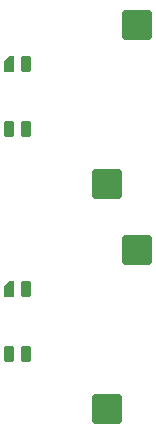
<source format=gbr>
%TF.GenerationSoftware,KiCad,Pcbnew,(6.0.7-1)-1*%
%TF.CreationDate,2022-12-25T16:24:34+07:00*%
%TF.ProjectId,pcb,7063622e-6b69-4636-9164-5f7063625858,rev?*%
%TF.SameCoordinates,Original*%
%TF.FileFunction,Paste,Top*%
%TF.FilePolarity,Positive*%
%FSLAX46Y46*%
G04 Gerber Fmt 4.6, Leading zero omitted, Abs format (unit mm)*
G04 Created by KiCad (PCBNEW (6.0.7-1)-1) date 2022-12-25 16:24:34*
%MOMM*%
%LPD*%
G01*
G04 APERTURE LIST*
G04 Aperture macros list*
%AMRoundRect*
0 Rectangle with rounded corners*
0 $1 Rounding radius*
0 $2 $3 $4 $5 $6 $7 $8 $9 X,Y pos of 4 corners*
0 Add a 4 corners polygon primitive as box body*
4,1,4,$2,$3,$4,$5,$6,$7,$8,$9,$2,$3,0*
0 Add four circle primitives for the rounded corners*
1,1,$1+$1,$2,$3*
1,1,$1+$1,$4,$5*
1,1,$1+$1,$6,$7*
1,1,$1+$1,$8,$9*
0 Add four rect primitives between the rounded corners*
20,1,$1+$1,$2,$3,$4,$5,0*
20,1,$1+$1,$4,$5,$6,$7,0*
20,1,$1+$1,$6,$7,$8,$9,0*
20,1,$1+$1,$8,$9,$2,$3,0*%
%AMFreePoly0*
4,1,18,-0.410000,0.265000,0.000000,0.675000,0.328000,0.675000,0.359380,0.668758,0.385983,0.650983,0.403758,0.624380,0.410000,0.593000,0.410000,-0.593000,0.403758,-0.624380,0.385983,-0.650983,0.359380,-0.668758,0.328000,-0.675000,-0.328000,-0.675000,-0.359380,-0.668758,-0.385983,-0.650983,-0.403758,-0.624380,-0.410000,-0.593000,-0.410000,0.265000,-0.410000,0.265000,$1*%
G04 Aperture macros list end*
%ADD10RoundRect,0.250000X-1.000000X1.025000X-1.000000X-1.025000X1.000000X-1.025000X1.000000X1.025000X0*%
%ADD11RoundRect,0.082000X-0.328000X-0.593000X0.328000X-0.593000X0.328000X0.593000X-0.328000X0.593000X0*%
%ADD12FreePoly0,0.000000*%
G04 APERTURE END LIST*
D10*
%TO.C,SW2*%
X131445000Y-87528750D03*
X133985000Y-74078750D03*
%TD*%
D11*
%TO.C,LED1*%
X124575000Y-63843750D03*
X123075000Y-63843750D03*
X124575000Y-58393750D03*
D12*
X123075000Y-58393750D03*
%TD*%
D10*
%TO.C,SW1*%
X131445000Y-68478750D03*
X133985000Y-55028750D03*
%TD*%
D11*
%TO.C,LED2*%
X124575000Y-82893750D03*
X123075000Y-82893750D03*
X124575000Y-77443750D03*
D12*
X123075000Y-77443750D03*
%TD*%
M02*

</source>
